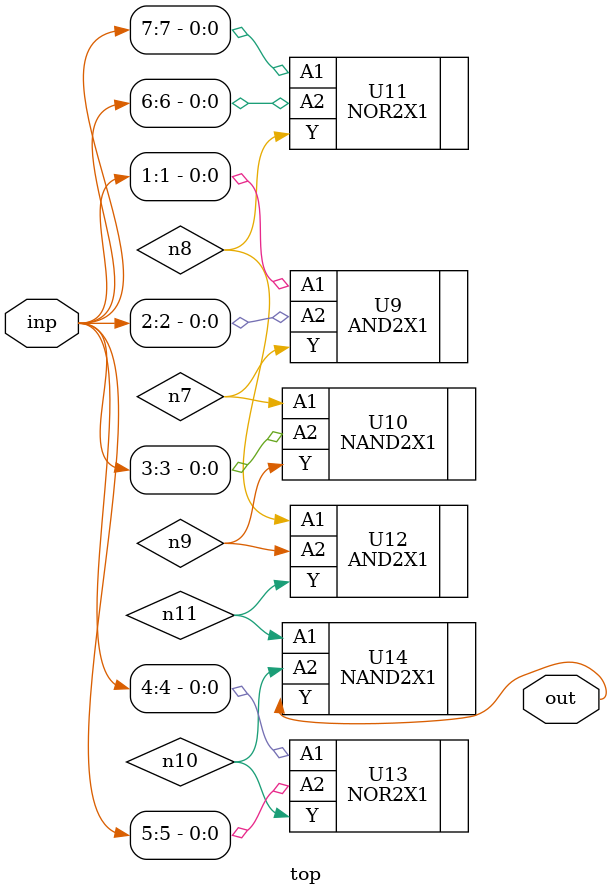
<source format=sv>


module top ( inp, out );
  input [7:0] inp;
  output out;
  wire   n7, n8, n9, n10, n11;

  AND2X1 U9 ( .A1(inp[1]), .A2(inp[2]), .Y(n7) );
  NAND2X1 U10 ( .A1(n7), .A2(inp[3]), .Y(n9) );
  NOR2X1 U11 ( .A1(inp[7]), .A2(inp[6]), .Y(n8) );
  AND2X1 U12 ( .A1(n8), .A2(n9), .Y(n11) );
  NOR2X1 U13 ( .A1(inp[4]), .A2(inp[5]), .Y(n10) );
  NAND2X1 U14 ( .A1(n11), .A2(n10), .Y(out) );
endmodule


</source>
